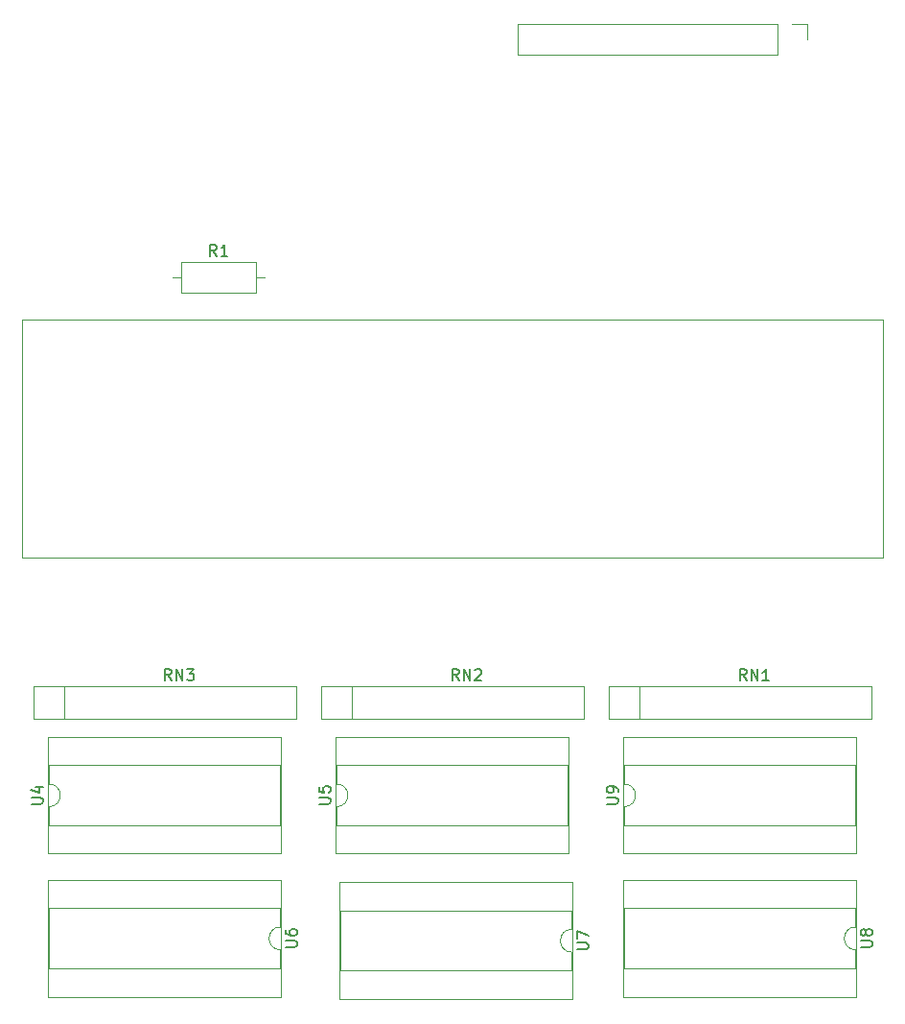
<source format=gbr>
%TF.GenerationSoftware,KiCad,Pcbnew,8.0.4*%
%TF.CreationDate,2024-08-28T21:50:12+12:00*%
%TF.ProjectId,OperationBaldr,4f706572-6174-4696-9f6e-42616c64722e,0.1.1*%
%TF.SameCoordinates,Original*%
%TF.FileFunction,Legend,Top*%
%TF.FilePolarity,Positive*%
%FSLAX46Y46*%
G04 Gerber Fmt 4.6, Leading zero omitted, Abs format (unit mm)*
G04 Created by KiCad (PCBNEW 8.0.4) date 2024-08-28 21:50:12*
%MOMM*%
%LPD*%
G01*
G04 APERTURE LIST*
%ADD10C,0.153000*%
%ADD11C,0.120000*%
%ADD12C,0.100000*%
G04 APERTURE END LIST*
D10*
X113954663Y-116151904D02*
X114764186Y-116151904D01*
X114764186Y-116151904D02*
X114859424Y-116104285D01*
X114859424Y-116104285D02*
X114907044Y-116056666D01*
X114907044Y-116056666D02*
X114954663Y-115961428D01*
X114954663Y-115961428D02*
X114954663Y-115770952D01*
X114954663Y-115770952D02*
X114907044Y-115675714D01*
X114907044Y-115675714D02*
X114859424Y-115628095D01*
X114859424Y-115628095D02*
X114764186Y-115580476D01*
X114764186Y-115580476D02*
X113954663Y-115580476D01*
X114287996Y-114675714D02*
X114954663Y-114675714D01*
X113907044Y-114913809D02*
X114621329Y-115151904D01*
X114621329Y-115151904D02*
X114621329Y-114532857D01*
X130313333Y-67794663D02*
X129980000Y-67318472D01*
X129741905Y-67794663D02*
X129741905Y-66794663D01*
X129741905Y-66794663D02*
X130122857Y-66794663D01*
X130122857Y-66794663D02*
X130218095Y-66842282D01*
X130218095Y-66842282D02*
X130265714Y-66889901D01*
X130265714Y-66889901D02*
X130313333Y-66985139D01*
X130313333Y-66985139D02*
X130313333Y-67127996D01*
X130313333Y-67127996D02*
X130265714Y-67223234D01*
X130265714Y-67223234D02*
X130218095Y-67270853D01*
X130218095Y-67270853D02*
X130122857Y-67318472D01*
X130122857Y-67318472D02*
X129741905Y-67318472D01*
X131265714Y-67794663D02*
X130694286Y-67794663D01*
X130980000Y-67794663D02*
X130980000Y-66794663D01*
X130980000Y-66794663D02*
X130884762Y-66937520D01*
X130884762Y-66937520D02*
X130789524Y-67032758D01*
X130789524Y-67032758D02*
X130694286Y-67080377D01*
X187194663Y-128771904D02*
X188004186Y-128771904D01*
X188004186Y-128771904D02*
X188099424Y-128724285D01*
X188099424Y-128724285D02*
X188147044Y-128676666D01*
X188147044Y-128676666D02*
X188194663Y-128581428D01*
X188194663Y-128581428D02*
X188194663Y-128390952D01*
X188194663Y-128390952D02*
X188147044Y-128295714D01*
X188147044Y-128295714D02*
X188099424Y-128248095D01*
X188099424Y-128248095D02*
X188004186Y-128200476D01*
X188004186Y-128200476D02*
X187194663Y-128200476D01*
X187623234Y-127581428D02*
X187575615Y-127676666D01*
X187575615Y-127676666D02*
X187527996Y-127724285D01*
X187527996Y-127724285D02*
X187432758Y-127771904D01*
X187432758Y-127771904D02*
X187385139Y-127771904D01*
X187385139Y-127771904D02*
X187289901Y-127724285D01*
X187289901Y-127724285D02*
X187242282Y-127676666D01*
X187242282Y-127676666D02*
X187194663Y-127581428D01*
X187194663Y-127581428D02*
X187194663Y-127390952D01*
X187194663Y-127390952D02*
X187242282Y-127295714D01*
X187242282Y-127295714D02*
X187289901Y-127248095D01*
X187289901Y-127248095D02*
X187385139Y-127200476D01*
X187385139Y-127200476D02*
X187432758Y-127200476D01*
X187432758Y-127200476D02*
X187527996Y-127248095D01*
X187527996Y-127248095D02*
X187575615Y-127295714D01*
X187575615Y-127295714D02*
X187623234Y-127390952D01*
X187623234Y-127390952D02*
X187623234Y-127581428D01*
X187623234Y-127581428D02*
X187670853Y-127676666D01*
X187670853Y-127676666D02*
X187718472Y-127724285D01*
X187718472Y-127724285D02*
X187813710Y-127771904D01*
X187813710Y-127771904D02*
X188004186Y-127771904D01*
X188004186Y-127771904D02*
X188099424Y-127724285D01*
X188099424Y-127724285D02*
X188147044Y-127676666D01*
X188147044Y-127676666D02*
X188194663Y-127581428D01*
X188194663Y-127581428D02*
X188194663Y-127390952D01*
X188194663Y-127390952D02*
X188147044Y-127295714D01*
X188147044Y-127295714D02*
X188099424Y-127248095D01*
X188099424Y-127248095D02*
X188004186Y-127200476D01*
X188004186Y-127200476D02*
X187813710Y-127200476D01*
X187813710Y-127200476D02*
X187718472Y-127248095D01*
X187718472Y-127248095D02*
X187670853Y-127295714D01*
X187670853Y-127295714D02*
X187623234Y-127390952D01*
X126294523Y-105254663D02*
X125961190Y-104778472D01*
X125723095Y-105254663D02*
X125723095Y-104254663D01*
X125723095Y-104254663D02*
X126104047Y-104254663D01*
X126104047Y-104254663D02*
X126199285Y-104302282D01*
X126199285Y-104302282D02*
X126246904Y-104349901D01*
X126246904Y-104349901D02*
X126294523Y-104445139D01*
X126294523Y-104445139D02*
X126294523Y-104587996D01*
X126294523Y-104587996D02*
X126246904Y-104683234D01*
X126246904Y-104683234D02*
X126199285Y-104730853D01*
X126199285Y-104730853D02*
X126104047Y-104778472D01*
X126104047Y-104778472D02*
X125723095Y-104778472D01*
X126723095Y-105254663D02*
X126723095Y-104254663D01*
X126723095Y-104254663D02*
X127294523Y-105254663D01*
X127294523Y-105254663D02*
X127294523Y-104254663D01*
X127675476Y-104254663D02*
X128294523Y-104254663D01*
X128294523Y-104254663D02*
X127961190Y-104635615D01*
X127961190Y-104635615D02*
X128104047Y-104635615D01*
X128104047Y-104635615D02*
X128199285Y-104683234D01*
X128199285Y-104683234D02*
X128246904Y-104730853D01*
X128246904Y-104730853D02*
X128294523Y-104826091D01*
X128294523Y-104826091D02*
X128294523Y-105064186D01*
X128294523Y-105064186D02*
X128246904Y-105159424D01*
X128246904Y-105159424D02*
X128199285Y-105207044D01*
X128199285Y-105207044D02*
X128104047Y-105254663D01*
X128104047Y-105254663D02*
X127818333Y-105254663D01*
X127818333Y-105254663D02*
X127723095Y-105207044D01*
X127723095Y-105207044D02*
X127675476Y-105159424D01*
X139354663Y-116151904D02*
X140164186Y-116151904D01*
X140164186Y-116151904D02*
X140259424Y-116104285D01*
X140259424Y-116104285D02*
X140307044Y-116056666D01*
X140307044Y-116056666D02*
X140354663Y-115961428D01*
X140354663Y-115961428D02*
X140354663Y-115770952D01*
X140354663Y-115770952D02*
X140307044Y-115675714D01*
X140307044Y-115675714D02*
X140259424Y-115628095D01*
X140259424Y-115628095D02*
X140164186Y-115580476D01*
X140164186Y-115580476D02*
X139354663Y-115580476D01*
X139354663Y-114628095D02*
X139354663Y-115104285D01*
X139354663Y-115104285D02*
X139830853Y-115151904D01*
X139830853Y-115151904D02*
X139783234Y-115104285D01*
X139783234Y-115104285D02*
X139735615Y-115009047D01*
X139735615Y-115009047D02*
X139735615Y-114770952D01*
X139735615Y-114770952D02*
X139783234Y-114675714D01*
X139783234Y-114675714D02*
X139830853Y-114628095D01*
X139830853Y-114628095D02*
X139926091Y-114580476D01*
X139926091Y-114580476D02*
X140164186Y-114580476D01*
X140164186Y-114580476D02*
X140259424Y-114628095D01*
X140259424Y-114628095D02*
X140307044Y-114675714D01*
X140307044Y-114675714D02*
X140354663Y-114770952D01*
X140354663Y-114770952D02*
X140354663Y-115009047D01*
X140354663Y-115009047D02*
X140307044Y-115104285D01*
X140307044Y-115104285D02*
X140259424Y-115151904D01*
X177094523Y-105254663D02*
X176761190Y-104778472D01*
X176523095Y-105254663D02*
X176523095Y-104254663D01*
X176523095Y-104254663D02*
X176904047Y-104254663D01*
X176904047Y-104254663D02*
X176999285Y-104302282D01*
X176999285Y-104302282D02*
X177046904Y-104349901D01*
X177046904Y-104349901D02*
X177094523Y-104445139D01*
X177094523Y-104445139D02*
X177094523Y-104587996D01*
X177094523Y-104587996D02*
X177046904Y-104683234D01*
X177046904Y-104683234D02*
X176999285Y-104730853D01*
X176999285Y-104730853D02*
X176904047Y-104778472D01*
X176904047Y-104778472D02*
X176523095Y-104778472D01*
X177523095Y-105254663D02*
X177523095Y-104254663D01*
X177523095Y-104254663D02*
X178094523Y-105254663D01*
X178094523Y-105254663D02*
X178094523Y-104254663D01*
X179094523Y-105254663D02*
X178523095Y-105254663D01*
X178808809Y-105254663D02*
X178808809Y-104254663D01*
X178808809Y-104254663D02*
X178713571Y-104397520D01*
X178713571Y-104397520D02*
X178618333Y-104492758D01*
X178618333Y-104492758D02*
X178523095Y-104540377D01*
X136394663Y-128771904D02*
X137204186Y-128771904D01*
X137204186Y-128771904D02*
X137299424Y-128724285D01*
X137299424Y-128724285D02*
X137347044Y-128676666D01*
X137347044Y-128676666D02*
X137394663Y-128581428D01*
X137394663Y-128581428D02*
X137394663Y-128390952D01*
X137394663Y-128390952D02*
X137347044Y-128295714D01*
X137347044Y-128295714D02*
X137299424Y-128248095D01*
X137299424Y-128248095D02*
X137204186Y-128200476D01*
X137204186Y-128200476D02*
X136394663Y-128200476D01*
X136394663Y-127295714D02*
X136394663Y-127486190D01*
X136394663Y-127486190D02*
X136442282Y-127581428D01*
X136442282Y-127581428D02*
X136489901Y-127629047D01*
X136489901Y-127629047D02*
X136632758Y-127724285D01*
X136632758Y-127724285D02*
X136823234Y-127771904D01*
X136823234Y-127771904D02*
X137204186Y-127771904D01*
X137204186Y-127771904D02*
X137299424Y-127724285D01*
X137299424Y-127724285D02*
X137347044Y-127676666D01*
X137347044Y-127676666D02*
X137394663Y-127581428D01*
X137394663Y-127581428D02*
X137394663Y-127390952D01*
X137394663Y-127390952D02*
X137347044Y-127295714D01*
X137347044Y-127295714D02*
X137299424Y-127248095D01*
X137299424Y-127248095D02*
X137204186Y-127200476D01*
X137204186Y-127200476D02*
X136966091Y-127200476D01*
X136966091Y-127200476D02*
X136870853Y-127248095D01*
X136870853Y-127248095D02*
X136823234Y-127295714D01*
X136823234Y-127295714D02*
X136775615Y-127390952D01*
X136775615Y-127390952D02*
X136775615Y-127581428D01*
X136775615Y-127581428D02*
X136823234Y-127676666D01*
X136823234Y-127676666D02*
X136870853Y-127724285D01*
X136870853Y-127724285D02*
X136966091Y-127771904D01*
X162124663Y-128971904D02*
X162934186Y-128971904D01*
X162934186Y-128971904D02*
X163029424Y-128924285D01*
X163029424Y-128924285D02*
X163077044Y-128876666D01*
X163077044Y-128876666D02*
X163124663Y-128781428D01*
X163124663Y-128781428D02*
X163124663Y-128590952D01*
X163124663Y-128590952D02*
X163077044Y-128495714D01*
X163077044Y-128495714D02*
X163029424Y-128448095D01*
X163029424Y-128448095D02*
X162934186Y-128400476D01*
X162934186Y-128400476D02*
X162124663Y-128400476D01*
X162124663Y-128019523D02*
X162124663Y-127352857D01*
X162124663Y-127352857D02*
X163124663Y-127781428D01*
X164754663Y-116151904D02*
X165564186Y-116151904D01*
X165564186Y-116151904D02*
X165659424Y-116104285D01*
X165659424Y-116104285D02*
X165707044Y-116056666D01*
X165707044Y-116056666D02*
X165754663Y-115961428D01*
X165754663Y-115961428D02*
X165754663Y-115770952D01*
X165754663Y-115770952D02*
X165707044Y-115675714D01*
X165707044Y-115675714D02*
X165659424Y-115628095D01*
X165659424Y-115628095D02*
X165564186Y-115580476D01*
X165564186Y-115580476D02*
X164754663Y-115580476D01*
X165754663Y-115056666D02*
X165754663Y-114866190D01*
X165754663Y-114866190D02*
X165707044Y-114770952D01*
X165707044Y-114770952D02*
X165659424Y-114723333D01*
X165659424Y-114723333D02*
X165516567Y-114628095D01*
X165516567Y-114628095D02*
X165326091Y-114580476D01*
X165326091Y-114580476D02*
X164945139Y-114580476D01*
X164945139Y-114580476D02*
X164849901Y-114628095D01*
X164849901Y-114628095D02*
X164802282Y-114675714D01*
X164802282Y-114675714D02*
X164754663Y-114770952D01*
X164754663Y-114770952D02*
X164754663Y-114961428D01*
X164754663Y-114961428D02*
X164802282Y-115056666D01*
X164802282Y-115056666D02*
X164849901Y-115104285D01*
X164849901Y-115104285D02*
X164945139Y-115151904D01*
X164945139Y-115151904D02*
X165183234Y-115151904D01*
X165183234Y-115151904D02*
X165278472Y-115104285D01*
X165278472Y-115104285D02*
X165326091Y-115056666D01*
X165326091Y-115056666D02*
X165373710Y-114961428D01*
X165373710Y-114961428D02*
X165373710Y-114770952D01*
X165373710Y-114770952D02*
X165326091Y-114675714D01*
X165326091Y-114675714D02*
X165278472Y-114628095D01*
X165278472Y-114628095D02*
X165183234Y-114580476D01*
X151694523Y-105254663D02*
X151361190Y-104778472D01*
X151123095Y-105254663D02*
X151123095Y-104254663D01*
X151123095Y-104254663D02*
X151504047Y-104254663D01*
X151504047Y-104254663D02*
X151599285Y-104302282D01*
X151599285Y-104302282D02*
X151646904Y-104349901D01*
X151646904Y-104349901D02*
X151694523Y-104445139D01*
X151694523Y-104445139D02*
X151694523Y-104587996D01*
X151694523Y-104587996D02*
X151646904Y-104683234D01*
X151646904Y-104683234D02*
X151599285Y-104730853D01*
X151599285Y-104730853D02*
X151504047Y-104778472D01*
X151504047Y-104778472D02*
X151123095Y-104778472D01*
X152123095Y-105254663D02*
X152123095Y-104254663D01*
X152123095Y-104254663D02*
X152694523Y-105254663D01*
X152694523Y-105254663D02*
X152694523Y-104254663D01*
X153123095Y-104349901D02*
X153170714Y-104302282D01*
X153170714Y-104302282D02*
X153265952Y-104254663D01*
X153265952Y-104254663D02*
X153504047Y-104254663D01*
X153504047Y-104254663D02*
X153599285Y-104302282D01*
X153599285Y-104302282D02*
X153646904Y-104349901D01*
X153646904Y-104349901D02*
X153694523Y-104445139D01*
X153694523Y-104445139D02*
X153694523Y-104540377D01*
X153694523Y-104540377D02*
X153646904Y-104683234D01*
X153646904Y-104683234D02*
X153075476Y-105254663D01*
X153075476Y-105254663D02*
X153694523Y-105254663D01*
D11*
%TO.C,U4*%
X115440000Y-110250000D02*
X115440000Y-120530000D01*
X115440000Y-120530000D02*
X136000000Y-120530000D01*
X115500000Y-112740000D02*
X115500000Y-114390000D01*
X115500000Y-116390000D02*
X115500000Y-118040000D01*
X115500000Y-118040000D02*
X135940000Y-118040000D01*
X135940000Y-112740000D02*
X115500000Y-112740000D01*
X135940000Y-118040000D02*
X135940000Y-112740000D01*
X136000000Y-110250000D02*
X115440000Y-110250000D01*
X136000000Y-120530000D02*
X136000000Y-110250000D01*
X115500000Y-114390000D02*
G75*
G02*
X115500000Y-116390000I0J-1000000D01*
G01*
%TO.C,U10*%
D12*
X113130000Y-73425000D02*
X189130000Y-73425000D01*
X189130000Y-94425000D01*
X113130000Y-94425000D01*
X113130000Y-73425000D01*
D11*
%TO.C,R1*%
X126440000Y-69710000D02*
X127210000Y-69710000D01*
X127210000Y-68340000D02*
X127210000Y-71080000D01*
X127210000Y-71080000D02*
X133750000Y-71080000D01*
X133750000Y-68340000D02*
X127210000Y-68340000D01*
X133750000Y-71080000D02*
X133750000Y-68340000D01*
X134520000Y-69710000D02*
X133750000Y-69710000D01*
%TO.C,U8*%
X166240000Y-122870000D02*
X166240000Y-133150000D01*
X166240000Y-133150000D02*
X186800000Y-133150000D01*
X166300000Y-125360000D02*
X166300000Y-130660000D01*
X166300000Y-130660000D02*
X186740000Y-130660000D01*
X186740000Y-125360000D02*
X166300000Y-125360000D01*
X186740000Y-127010000D02*
X186740000Y-125360000D01*
X186740000Y-130660000D02*
X186740000Y-129010000D01*
X186800000Y-122870000D02*
X166240000Y-122870000D01*
X186800000Y-133150000D02*
X186800000Y-122870000D01*
X186740000Y-129010000D02*
G75*
G02*
X186740000Y-127010000I0J1000000D01*
G01*
%TO.C,RN3*%
X114115000Y-105800000D02*
X114115000Y-108600000D01*
X114115000Y-108600000D02*
X137315000Y-108600000D01*
X116825000Y-105800000D02*
X116825000Y-108600000D01*
X137315000Y-105800000D02*
X114115000Y-105800000D01*
X137315000Y-108600000D02*
X137315000Y-105800000D01*
%TO.C,U5*%
X140840000Y-110250000D02*
X140840000Y-120530000D01*
X140840000Y-120530000D02*
X161400000Y-120530000D01*
X140900000Y-112740000D02*
X140900000Y-114390000D01*
X140900000Y-116390000D02*
X140900000Y-118040000D01*
X140900000Y-118040000D02*
X161340000Y-118040000D01*
X161340000Y-112740000D02*
X140900000Y-112740000D01*
X161340000Y-118040000D02*
X161340000Y-112740000D01*
X161400000Y-110250000D02*
X140840000Y-110250000D01*
X161400000Y-120530000D02*
X161400000Y-110250000D01*
X140900000Y-114390000D02*
G75*
G02*
X140900000Y-116390000I0J-1000000D01*
G01*
%TO.C,RN1*%
X164915000Y-105800000D02*
X164915000Y-108600000D01*
X164915000Y-108600000D02*
X188115000Y-108600000D01*
X167625000Y-105800000D02*
X167625000Y-108600000D01*
X188115000Y-105800000D02*
X164915000Y-105800000D01*
X188115000Y-108600000D02*
X188115000Y-105800000D01*
%TO.C,U6*%
X115440000Y-122870000D02*
X115440000Y-133150000D01*
X115440000Y-133150000D02*
X136000000Y-133150000D01*
X115500000Y-125360000D02*
X115500000Y-130660000D01*
X115500000Y-130660000D02*
X135940000Y-130660000D01*
X135940000Y-125360000D02*
X115500000Y-125360000D01*
X135940000Y-127010000D02*
X135940000Y-125360000D01*
X135940000Y-130660000D02*
X135940000Y-129010000D01*
X136000000Y-122870000D02*
X115440000Y-122870000D01*
X136000000Y-133150000D02*
X136000000Y-122870000D01*
X135940000Y-129010000D02*
G75*
G02*
X135940000Y-127010000I0J1000000D01*
G01*
%TO.C,U7*%
X141170000Y-123070000D02*
X141170000Y-133350000D01*
X141170000Y-133350000D02*
X161730000Y-133350000D01*
X141230000Y-125560000D02*
X141230000Y-130860000D01*
X141230000Y-130860000D02*
X161670000Y-130860000D01*
X161670000Y-125560000D02*
X141230000Y-125560000D01*
X161670000Y-127210000D02*
X161670000Y-125560000D01*
X161670000Y-130860000D02*
X161670000Y-129210000D01*
X161730000Y-123070000D02*
X141170000Y-123070000D01*
X161730000Y-133350000D02*
X161730000Y-123070000D01*
X161670000Y-129210000D02*
G75*
G02*
X161670000Y-127210000I0J1000000D01*
G01*
%TO.C,U9*%
X166240000Y-110250000D02*
X166240000Y-120530000D01*
X166240000Y-120530000D02*
X186800000Y-120530000D01*
X166300000Y-112740000D02*
X166300000Y-114390000D01*
X166300000Y-116390000D02*
X166300000Y-118040000D01*
X166300000Y-118040000D02*
X186740000Y-118040000D01*
X186740000Y-112740000D02*
X166300000Y-112740000D01*
X186740000Y-118040000D02*
X186740000Y-112740000D01*
X186800000Y-110250000D02*
X166240000Y-110250000D01*
X186800000Y-120530000D02*
X186800000Y-110250000D01*
X166300000Y-114390000D02*
G75*
G02*
X166300000Y-116390000I0J-1000000D01*
G01*
%TO.C,RN2*%
X139515000Y-105800000D02*
X139515000Y-108600000D01*
X139515000Y-108600000D02*
X162715000Y-108600000D01*
X142225000Y-105800000D02*
X142225000Y-108600000D01*
X162715000Y-105800000D02*
X139515000Y-105800000D01*
X162715000Y-108600000D02*
X162715000Y-105800000D01*
%TO.C,J1*%
X156910000Y-47380000D02*
X156910000Y-50040000D01*
X179830000Y-47380000D02*
X156910000Y-47380000D01*
X179830000Y-47380000D02*
X179830000Y-50040000D01*
X179830000Y-50040000D02*
X156910000Y-50040000D01*
X181100000Y-47380000D02*
X182430000Y-47380000D01*
X182430000Y-47380000D02*
X182430000Y-48710000D01*
%TD*%
M02*

</source>
